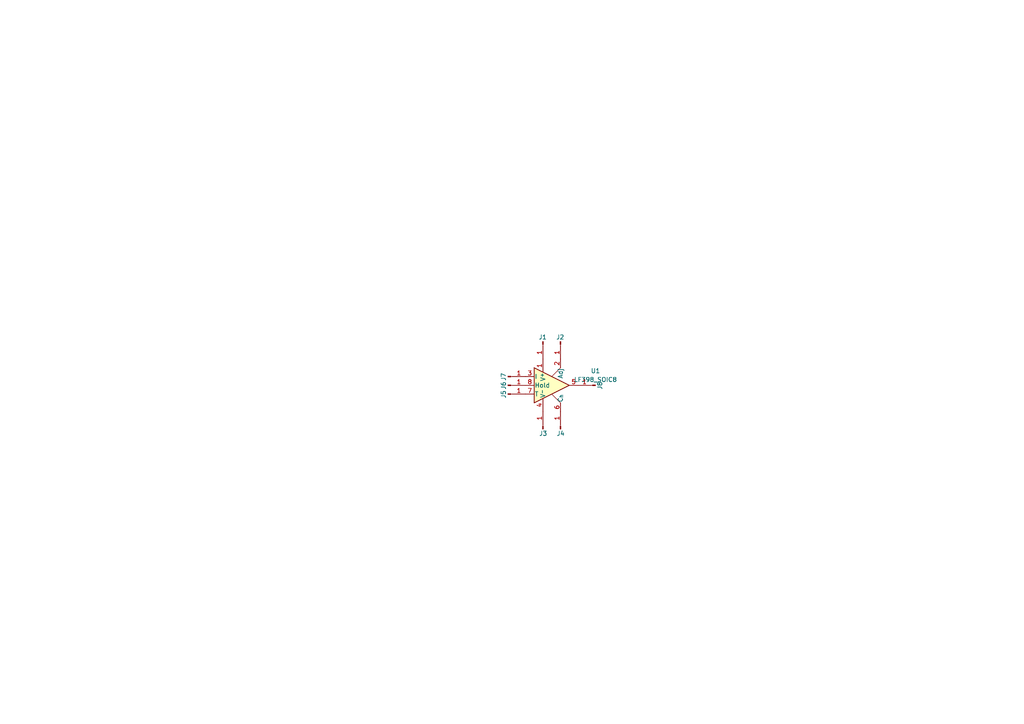
<source format=kicad_sch>
(kicad_sch (version 20230121) (generator eeschema)
  (paper "A4")
  (lib_symbols
    (symbol "Analog:LF398_SOIC8" (pin_names (offset 0.127))
      (property "Reference" "U" (at 5.08 3.81 0))
      (property "Value" "LF398_SOIC8" (at 5.08 -2.54 0))
      (symbol "LF398_SOIC8_0_1"
        (polyline (pts (xy 0 -2.54) (xy 2.54 -5.08)))
        (polyline (pts (xy 2.54 5.08) (xy 0 2.54)))
        (polyline (pts (xy -5.08 5.08) (xy 5.08 0) (xy -5.08 -5.08) (xy -5.08 5.08)) (stroke (width 0.254)) (fill (type background)))
      )
      (symbol "LF398_SOIC8_1_1"
        (pin passive line (at -2.54 7.62 270) (length 3.81) (name "V^{+}") (number "1"))
        (pin passive line (at 2.54 7.62 270) (length 2.54) (name "Adj") (number "2"))
        (pin input line (at -7.62 2.54 0) (length 2.54) (name "I") (number "3"))
        (pin passive line (at -2.54 -7.62 90) (length 3.81) (name "V^{-}") (number "4"))
        (pin output line (at 7.62 0 180) (length 2.54) (name "~") (number "5"))
        (pin passive line (at 2.54 -7.62 90) (length 2.54) (name "C_{h}") (number "6"))
        (pin passive line (at -7.62 -2.54 0) (length 2.54) (name "T") (number "7"))
        (pin input line (at -7.62 0 0) (length 2.54) (name "Hold") (number "8"))
      )
    )
    (symbol "Connector:Conn_01x01_Pin" (pin_names (offset 1.016) hide)
      (property "Reference" "J" (at 0 2.54 0))
      (property "Value" "Conn_01x01_Pin" (at 0 -2.54 0))
      (symbol "Conn_01x01_Pin_1_1"
        (polyline (pts (xy 1.27 0) (xy 0.8636 0)) (stroke (width 0.1524)))
        (rectangle (start 0.8636 0.127) (end 0 -0.127) (stroke (width 0.1524)) (fill (type outline)))
        (pin passive line (at 5.08 0 180) (length 3.81) (name "Pin_1") (number "1"))
      )
    )
  )
  (symbol (lib_id "Connector:Conn_01x01_Pin") (at 172.72 111.76 0) (mirror y) (unit 1)
    (property "Reference" "J8" (at 173.99 113.03 90) (effects (justify left)))
    (property "Value" "Conn_01x01_Pin" (effects hide))
    (property "Footprint" "CustSymbols:ManhattanPad" (effects hide))
  )
  (symbol (lib_id "Connector:Conn_01x01_Pin") (at 157.48 99.06 270) (unit 1)
    (property "Reference" "J1" (at 156.21 97.79 90) (effects (justify left)))
    (property "Value" "Conn_01x01_Pin" (effects hide))
    (property "Footprint" "CustSymbols:ManhattanPad" (effects hide))
  )
  (symbol (lib_id "Connector:Conn_01x01_Pin") (at 162.56 99.06 270) (unit 1)
    (property "Reference" "J2" (at 161.29 97.79 90) (effects (justify left)))
    (property "Value" "Conn_01x01_Pin" (effects hide))
    (property "Footprint" "CustSymbols:ManhattanPad" (effects hide))
  )
  (symbol (lib_id "Connector:Conn_01x01_Pin") (at 147.32 111.76 0) (unit 1)
    (property "Reference" "J6" (at 146.05 113.03 90) (effects (justify left)))
    (property "Value" "Conn_01x01_Pin" (effects hide))
    (property "Footprint" "CustSymbols:ManhattanPad" (effects hide))
  )
  (symbol (lib_id "Connector:Conn_01x01_Pin") (at 162.56 124.46 90) (unit 1)
    (property "Reference" "J4" (at 163.83 125.73 90) (effects (justify left)))
    (property "Value" "Conn_01x01_Pin" (effects hide))
    (property "Footprint" "CustSymbols:ManhattanPad" (effects hide))
  )
  (symbol (lib_id "Connector:Conn_01x01_Pin") (at 147.32 114.3 0) (unit 1)
    (property "Reference" "J5" (at 146.05 115.57 90) (effects (justify left)))
    (property "Value" "Conn_01x01_Pin" (effects hide))
    (property "Footprint" "CustSymbols:ManhattanPad" (effects hide))
  )
  (symbol (lib_id "Connector:Conn_01x01_Pin") (at 157.48 124.46 90) (unit 1)
    (property "Reference" "J3" (at 158.75 125.73 90) (effects (justify left)))
    (property "Value" "Conn_01x01_Pin" (effects hide))
    (property "Footprint" "CustSymbols:ManhattanPad" (effects hide))
  )
  (symbol (lib_id "Analog:LF398_SOIC8") (at 160.02 111.76 0) (unit 1)
    (property "Reference" "U1" (at 172.72 107.5691 0))
    (property "Value" "LF398_SOIC8" (at 172.72 110.1091 0))
    (property "Footprint" "Package_SO:SOIC-8_3.9x4.9mm_P1.27mm" (effects hide))
    (property "Datasheet" "https://www.analog.com/media/en/technical-documentation/data-sheets/lt0398s8.pdf" (effects hide))
  )
  (symbol (lib_id "Connector:Conn_01x01_Pin") (at 147.32 109.22 0) (unit 1)
    (property "Reference" "J7" (at 146.05 110.49 90) (effects (justify left)))
    (property "Value" "Conn_01x01_Pin" (effects hide))
    (property "Footprint" "CustSymbols:ManhattanPad" (effects hide))
  )
)
</source>
